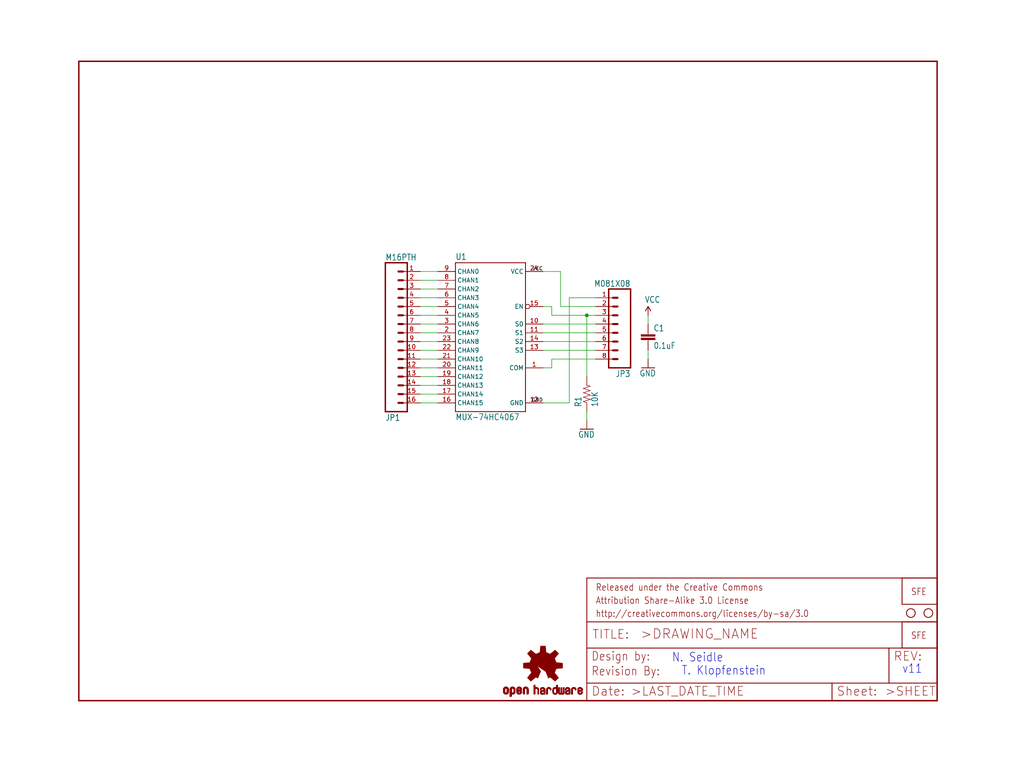
<source format=kicad_sch>
(kicad_sch (version 20211123) (generator eeschema)
  (paper "User" 297.002 223.926)
  (lib_symbols
    (symbol "schematicEagle-eagle-import:CAP0603"
      (property "Reference" "C" (at 1.524 2.921 0))
      (property "Value" "CAP0603" (at 1.524 -2.159 0))
      (symbol "CAP0603_1_0"
        (pin passive line (at 0 5.08 270) (length 2.54) (name "1") (number "1"))
        (pin passive line (at 0 -2.54 90) (length 2.54) (name "2") (number "2"))
      )
    )
    (symbol "schematicEagle-eagle-import:FRAME-LETTER"
      (symbol "FRAME-LETTER_2_0"
        (text ">DRAWING_NAME" (at 15.494 17.78 0) (effects (font (size 2.7432 2.7432)) (justify left bottom)))
        (text ">LAST_DATE_TIME" (at 12.7 1.27 0) (effects (font (size 2.54 2.54)) (justify left bottom)))
        (text ">SHEET" (at 86.36 1.27 0) (effects (font (size 2.54 2.54)) (justify left bottom)))
        (text "Attribution Share-Alike 3.0 License" (at 2.54 27.94 0) (effects (font (size 1.9304 1.6408)) (justify left bottom)))
        (text "Date:" (at 1.27 1.27 0) (effects (font (size 2.54 2.54)) (justify left bottom)))
        (text "Design by:" (at 1.27 11.43 0) (effects (font (size 2.54 2.159)) (justify left bottom)))
        (text "http://creativecommons.org/licenses/by-sa/3.0" (at 2.54 24.13 0) (effects (font (size 1.9304 1.6408)) (justify left bottom)))
        (text "Released under the Creative Commons" (at 2.54 31.75 0) (effects (font (size 1.9304 1.6408)) (justify left bottom)))
        (text "REV:" (at 88.9 11.43 0) (effects (font (size 2.54 2.54)) (justify left bottom)))
        (text "Sheet:" (at 72.39 1.27 0) (effects (font (size 2.54 2.54)) (justify left bottom)))
        (text "TITLE:" (at 1.524 17.78 0) (effects (font (size 2.54 2.54)) (justify left bottom)))
      )
    )
    (symbol "schematicEagle-eagle-import:GND" (power)
      (property "Value" "GND" (at -2.54 -2.54 0))
      (symbol "GND_1_0"
        (pin power_in line (at 0 2.54 270) (length 2.54) (name "GND") (number "1"))
      )
    )
    (symbol "schematicEagle-eagle-import:LOGO-SFENEW"
      (symbol "LOGO-SFENEW_1_0"
        (text "SFE" (at 0 0 0) (effects (font (size 1.9304 1.6408)) (justify left bottom)))
      )
    )
    (symbol "schematicEagle-eagle-import:LOGO-SFESK"
      (symbol "LOGO-SFESK_1_0"
        (text "SFE" (at 0 0 0) (effects (font (size 1.9304 1.6408)) (justify left bottom)))
      )
    )
    (symbol "schematicEagle-eagle-import:M081X08"
      (property "Reference" "JP" (at -5.08 13.462 0))
      (property "Value" "M081X08" (at -5.08 -12.7 0))
      (symbol "M081X08_1_0"
        (pin passive line (at 5.08 -7.62 180) (length 5.08) (name "1") (number "1"))
        (pin passive line (at 5.08 -5.08 180) (length 5.08) (name "2") (number "2"))
        (pin passive line (at 5.08 -2.54 180) (length 5.08) (name "3") (number "3"))
        (pin passive line (at 5.08 0 180) (length 5.08) (name "4") (number "4"))
        (pin passive line (at 5.08 2.54 180) (length 5.08) (name "5") (number "5"))
        (pin passive line (at 5.08 5.08 180) (length 5.08) (name "6") (number "6"))
        (pin passive line (at 5.08 7.62 180) (length 5.08) (name "7") (number "7"))
        (pin passive line (at 5.08 10.16 180) (length 5.08) (name "8") (number "8"))
      )
    )
    (symbol "schematicEagle-eagle-import:M16PTH"
      (property "Reference" "JP" (at 0 21.082 0))
      (property "Value" "M16PTH" (at 0 -25.4 0))
      (symbol "M16PTH_1_0"
        (pin passive line (at 10.16 -20.32 180) (length 5.08) (name "1") (number "1"))
        (pin passive line (at 10.16 2.54 180) (length 5.08) (name "10") (number "10"))
        (pin passive line (at 10.16 5.08 180) (length 5.08) (name "11") (number "11"))
        (pin passive line (at 10.16 7.62 180) (length 5.08) (name "12") (number "12"))
        (pin passive line (at 10.16 10.16 180) (length 5.08) (name "13") (number "13"))
        (pin passive line (at 10.16 12.7 180) (length 5.08) (name "14") (number "14"))
        (pin passive line (at 10.16 15.24 180) (length 5.08) (name "15") (number "15"))
        (pin passive line (at 10.16 17.78 180) (length 5.08) (name "16") (number "16"))
        (pin passive line (at 10.16 -17.78 180) (length 5.08) (name "2") (number "2"))
        (pin passive line (at 10.16 -15.24 180) (length 5.08) (name "3") (number "3"))
        (pin passive line (at 10.16 -12.7 180) (length 5.08) (name "4") (number "4"))
        (pin passive line (at 10.16 -10.16 180) (length 5.08) (name "5") (number "5"))
        (pin passive line (at 10.16 -7.62 180) (length 5.08) (name "6") (number "6"))
        (pin passive line (at 10.16 -5.08 180) (length 5.08) (name "7") (number "7"))
        (pin passive line (at 10.16 -2.54 180) (length 5.08) (name "8") (number "8"))
        (pin passive line (at 10.16 0 180) (length 5.08) (name "9") (number "9"))
      )
    )
    (symbol "schematicEagle-eagle-import:MUX-74HC4067SMD"
      (property "Value" "MUX-74HC4067SMD" (at -10.16 -25.4 0))
      (symbol "MUX-74HC4067SMD_1_0"
        (pin bidirectional line (at 15.24 -10.16 180) (length 5.08) (name "COM") (number "1"))
        (pin input line (at 15.24 2.54 180) (length 5.08) (name "S0") (number "10"))
        (pin input line (at 15.24 0 180) (length 5.08) (name "S1") (number "11"))
        (pin bidirectional line (at 15.24 -20.32 180) (length 5.08) (name "GND") (number "12"))
        (pin input line (at 15.24 -5.08 180) (length 5.08) (name "S3") (number "13"))
        (pin input line (at 15.24 -2.54 180) (length 5.08) (name "S2") (number "14"))
        (pin input inverted (at 15.24 7.62 180) (length 5.08) (name "EN") (number "15"))
        (pin bidirectional line (at -15.24 -20.32 0) (length 5.08) (name "CHAN15") (number "16"))
        (pin bidirectional line (at -15.24 -17.78 0) (length 5.08) (name "CHAN14") (number "17"))
        (pin bidirectional line (at -15.24 -15.24 0) (length 5.08) (name "CHAN13") (number "18"))
        (pin bidirectional line (at -15.24 -12.7 0) (length 5.08) (name "CHAN12") (number "19"))
        (pin bidirectional line (at -15.24 0 0) (length 5.08) (name "CHAN7") (number "2"))
        (pin bidirectional line (at -15.24 -10.16 0) (length 5.08) (name "CHAN11") (number "20"))
        (pin bidirectional line (at -15.24 -7.62 0) (length 5.08) (name "CHAN10") (number "21"))
        (pin bidirectional line (at -15.24 -5.08 0) (length 5.08) (name "CHAN9") (number "22"))
        (pin bidirectional line (at -15.24 -2.54 0) (length 5.08) (name "CHAN8") (number "23"))
        (pin bidirectional line (at 15.24 17.78 180) (length 5.08) (name "VCC") (number "24"))
        (pin bidirectional line (at -15.24 2.54 0) (length 5.08) (name "CHAN6") (number "3"))
        (pin bidirectional line (at -15.24 5.08 0) (length 5.08) (name "CHAN5") (number "4"))
        (pin bidirectional line (at -15.24 7.62 0) (length 5.08) (name "CHAN4") (number "5"))
        (pin bidirectional line (at -15.24 10.16 0) (length 5.08) (name "CHAN3") (number "6"))
        (pin bidirectional line (at -15.24 12.7 0) (length 5.08) (name "CHAN2") (number "7"))
        (pin bidirectional line (at -15.24 15.24 0) (length 5.08) (name "CHAN1") (number "8"))
        (pin bidirectional line (at -15.24 17.78 0) (length 5.08) (name "CHAN0") (number "9"))
      )
    )
    (symbol "schematicEagle-eagle-import:OSHW-LOGOL")
    (symbol "schematicEagle-eagle-import:RESISTOR0603"
      (property "Reference" "R" (at -3.81 1.4986 0))
      (property "Value" "RESISTOR0603" (at -3.81 -3.302 0))
      (symbol "RESISTOR0603_1_0"
        (pin passive line (at -5.08 0 0) (length 2.54) (name "1") (number "1"))
        (pin passive line (at 5.08 0 180) (length 2.54) (name "2") (number "2"))
      )
    )
    (symbol "schematicEagle-eagle-import:REVISION"
      (symbol "REVISION_1_0"
        (text "Revision By: " (at 0 0 0) (effects (font (size 2.54 2.159)) (justify left bottom)))
      )
    )
    (symbol "schematicEagle-eagle-import:STAND-OFF")
    (symbol "schematicEagle-eagle-import:VCC" (power)
      (property "Value" "VCC" (at -1.016 3.556 0))
      (symbol "VCC_1_0"
        (pin power_in line (at 0 0 90) (length 2.54) (name "VCC") (number "1"))
      )
    )
  )
  (junction (at 170.18 91.44))
  (wire (pts (xy 121.92 78.74) (xy 127 78.74)))
  (wire (pts (xy 157.48 78.74) (xy 162.56 78.74)))
  (wire (pts (xy 157.48 93.98) (xy 172.72 93.98)))
  (wire (pts (xy 157.48 101.6) (xy 172.72 101.6)))
  (wire (pts (xy 160.02 106.68) (xy 160.02 104.14)))
  (wire (pts (xy 121.92 111.76) (xy 127 111.76)))
  (wire (pts (xy 121.92 114.3) (xy 127 114.3)))
  (wire (pts (xy 165.1 116.84) (xy 165.1 86.36)))
  (wire (pts (xy 170.18 121.92) (xy 170.18 119.38)))
  (wire (pts (xy 157.48 96.52) (xy 172.72 96.52)))
  (wire (pts (xy 165.1 86.36) (xy 172.72 86.36)))
  (wire (pts (xy 121.92 83.82) (xy 127 83.82)))
  (wire (pts (xy 121.92 96.52) (xy 127 96.52)))
  (wire (pts (xy 121.92 116.84) (xy 127 116.84)))
  (wire (pts (xy 162.56 78.74) (xy 162.56 88.9)))
  (wire (pts (xy 121.92 99.06) (xy 127 99.06)))
  (wire (pts (xy 170.18 109.22) (xy 170.18 91.44)))
  (wire (pts (xy 121.92 109.22) (xy 127 109.22)))
  (wire (pts (xy 157.48 106.68) (xy 160.02 106.68)))
  (wire (pts (xy 160.02 104.14) (xy 172.72 104.14)))
  (wire (pts (xy 121.92 91.44) (xy 127 91.44)))
  (wire (pts (xy 157.48 99.06) (xy 172.72 99.06)))
  (wire (pts (xy 187.96 91.44) (xy 187.96 93.98)))
  (wire (pts (xy 162.56 88.9) (xy 172.72 88.9)))
  (wire (pts (xy 187.96 104.14) (xy 187.96 101.6)))
  (wire (pts (xy 121.92 104.14) (xy 127 104.14)))
  (wire (pts (xy 157.48 116.84) (xy 165.1 116.84)))
  (wire (pts (xy 160.02 88.9) (xy 160.02 91.44)))
  (wire (pts (xy 157.48 88.9) (xy 160.02 88.9)))
  (wire (pts (xy 121.92 93.98) (xy 127 93.98)))
  (wire (pts (xy 121.92 106.68) (xy 127 106.68)))
  (wire (pts (xy 170.18 91.44) (xy 172.72 91.44)))
  (wire (pts (xy 121.92 101.6) (xy 127 101.6)))
  (wire (pts (xy 121.92 88.9) (xy 127 88.9)))
  (wire (pts (xy 121.92 81.28) (xy 127 81.28)))
  (wire (pts (xy 160.02 91.44) (xy 170.18 91.44)))
  (wire (pts (xy 121.92 86.36) (xy 127 86.36)))
  (text "v11" (at 261.62 195.58 180) (effects (font (size 2.54 2.159)) (justify left bottom)))
  (text "N. Seidle" (at 194.818 192.278 180) (effects (font (size 2.54 2.159)) (justify left bottom)))
  (text "T. Klopfenstein" (at 197.612 196.088 180) (effects (font (size 2.54 2.159)) (justify left bottom)))
  (label "GND" (at 157.48 116.84 180) (effects (font (size 1.016 1.016))))
  (label "VCC" (at 157.48 78.74 180) (effects (font (size 1.016 1.016))))
  (symbol (lib_id "schematicEagle-eagle-import:STAND-OFF") (at 264.16 177.8 0) (unit 1)
    (property "Reference" "STANDOFF2" (effects hide))
    (property "Value" "STAND-OFF" (effects hide))
    (property "Footprint" "schematicEagle:STAND-OFF" (effects hide))
  )
  (symbol (lib_id "schematicEagle-eagle-import:OSHW-LOGOL") (at 157.48 193.04 0) (unit 1)
    (property "Reference" "LOGO1" (effects hide))
    (property "Value" "OSHW-LOGOL" (effects hide))
    (property "Footprint" "schematicEagle:OSHW-LOGO-L" (effects hide))
  )
  (symbol (lib_id "schematicEagle-eagle-import:GND") (at 187.96 106.68 0) (unit 1)
    (property "Reference" "#GND1" (effects hide))
    (property "Value" "GND" (at 185.42 109.22 0) (effects (font (size 1.778 1.5113)) (justify left bottom)))
    (property "Footprint" "schematicEagle:" (effects hide))
  )
  (symbol (lib_id "schematicEagle-eagle-import:STAND-OFF") (at 269.24 177.8 0) (unit 1)
    (property "Reference" "STANDOFF1" (effects hide))
    (property "Value" "STAND-OFF" (effects hide))
    (property "Footprint" "schematicEagle:STAND-OFF" (effects hide))
  )
  (symbol (lib_id "schematicEagle-eagle-import:MUX-74HC4067SMD") (at 142.24 96.52 0) (unit 1)
    (property "Reference" "U1" (at 132.08 75.438 0) (effects (font (size 1.778 1.5113)) (justify left bottom)))
    (property "Value" "MUX-74HC4067" (at 132.08 121.92 0) (effects (font (size 1.778 1.5113)) (justify left bottom)))
    (property "Footprint" "schematicEagle:SSOP24" (effects hide))
  )
  (symbol (lib_id "schematicEagle-eagle-import:RESISTOR0603") (at 170.18 114.3 90) (unit 1)
    (property "Reference" "R1" (at 168.6814 118.11 0) (effects (font (size 1.778 1.5113)) (justify left bottom)))
    (property "Value" "10K" (at 173.482 118.11 0) (effects (font (size 1.778 1.5113)) (justify left bottom)))
    (property "Footprint" "schematicEagle:0603" (effects hide))
  )
  (symbol (lib_id "schematicEagle-eagle-import:LOGO-SFENEW") (at 264.16 185.42 0) (unit 1)
    (property "Reference" "U$1" (effects hide))
    (property "Value" "LOGO-SFENEW" (effects hide))
    (property "Footprint" "schematicEagle:SFE-NEW-WEBLOGO" (effects hide))
  )
  (symbol (lib_id "schematicEagle-eagle-import:LOGO-SFESK") (at 264.16 172.72 0) (unit 1)
    (property "Reference" "LOGO2" (effects hide))
    (property "Value" "LOGO-SFESK" (effects hide))
    (property "Footprint" "schematicEagle:SFE-LOGO-FLAME" (effects hide))
  )
  (symbol (lib_id "schematicEagle-eagle-import:M081X08") (at 177.8 93.98 180) (unit 1)
    (property "Reference" "JP3" (at 182.88 107.442 0) (effects (font (size 1.778 1.5113)) (justify left bottom)))
    (property "Value" "M081X08" (at 182.88 81.28 0) (effects (font (size 1.778 1.5113)) (justify left bottom)))
    (property "Footprint" "schematicEagle:1X08" (effects hide))
  )
  (symbol (lib_id "schematicEagle-eagle-import:REVISION") (at 171.45 196.088 0) (unit 1)
    (property "Reference" "U$2" (effects hide))
    (property "Value" "REVISION" (effects hide))
    (property "Footprint" "schematicEagle:REVISION" (effects hide))
  )
  (symbol (lib_id "schematicEagle-eagle-import:FRAME-LETTER") (at 22.86 203.2 0) (unit 1)
    (property "Reference" "FRAME1" (effects hide))
    (property "Value" "FRAME-LETTER" (effects hide))
    (property "Footprint" "schematicEagle:CREATIVE_COMMONS" (effects hide))
  )
  (symbol (lib_id "schematicEagle-eagle-import:GND") (at 170.18 124.46 0) (unit 1)
    (property "Reference" "#GND2" (effects hide))
    (property "Value" "GND" (at 167.64 127 0) (effects (font (size 1.778 1.5113)) (justify left bottom)))
    (property "Footprint" "schematicEagle:" (effects hide))
  )
  (symbol (lib_id "schematicEagle-eagle-import:VCC") (at 187.96 91.44 0) (unit 1)
    (property "Reference" "#P+1" (effects hide))
    (property "Value" "VCC" (at 186.944 87.884 0) (effects (font (size 1.778 1.5113)) (justify left bottom)))
    (property "Footprint" "schematicEagle:" (effects hide))
  )
  (symbol (lib_id "schematicEagle-eagle-import:M16PTH") (at 111.76 99.06 0) (mirror x) (unit 1)
    (property "Reference" "JP1" (at 111.76 120.142 0) (effects (font (size 1.778 1.5113)) (justify left bottom)))
    (property "Value" "M16PTH" (at 111.76 73.66 0) (effects (font (size 1.778 1.5113)) (justify left bottom)))
    (property "Footprint" "schematicEagle:1X16" (effects hide))
  )
  (symbol (lib_id "schematicEagle-eagle-import:FRAME-LETTER") (at 170.18 203.2 0) (unit 2)
    (property "Reference" "FRAME1" (effects hide))
    (property "Value" "FRAME-LETTER" (effects hide))
    (property "Footprint" "schematicEagle:CREATIVE_COMMONS" (effects hide))
  )
  (symbol (lib_id "schematicEagle-eagle-import:CAP0603") (at 187.96 99.06 0) (unit 1)
    (property "Reference" "C1" (at 189.484 96.139 0) (effects (font (size 1.778 1.5113)) (justify left bottom)))
    (property "Value" "0.1uF" (at 189.484 101.219 0) (effects (font (size 1.778 1.5113)) (justify left bottom)))
    (property "Footprint" "schematicEagle:0603" (effects hide))
  )
)
</source>
